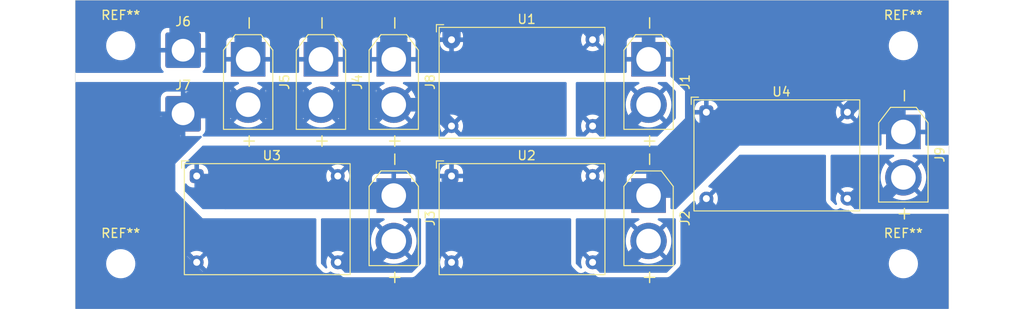
<source format=kicad_pcb>
(kicad_pcb (version 20221018) (generator pcbnew)
  (layers (0 "F.Cu" signal) (31 "B.Cu" signal) (34 "B.Paste" user) (35 "F.Paste" user) (36 "B.SilkS" user "B.Silkscreen") (37 "F.SilkS" user "F.Silkscreen") (38 "B.Mask" user) (39 "F.Mask" user) (44 "Edge.Cuts" user))
  (net 0 "")
  (net 1 "Net-(J1-Pin_2)")
  (net 2 "Net-(J2-Pin_2)")
  (net 3 "Net-(J3-Pin_2)")
  (net 4 "GND")
  (net 5 "+12V")
  (net 6 "Net-(J9-Pin_2)")
  (footprint "Connector_AMASS:AMASS_XT30U-F_1x02_P5.0mm_Vertical" (layer "F.Cu") (at 208 66.5 -90)
    (fp_text reference "J1" (at 2.5 -4 90) (layer "F.SilkS"))
    (fp_text value "hal")
    (fp_text user "-" (at -4 0 90) (layer "F.SilkS") (effects (font (size 1.5 1.5))))
    (fp_text user "+" (at 9 0 90) (layer "F.SilkS") (effects (font (size 1.5 1.5))))
    (fp_line (start -2.71 -1.41) (end -2.71 1.41) (stroke (width 0.12)) (layer "F.SilkS"))
    (fp_line (start -2.71 -1.41) (end -1.01 -2.71) (stroke (width 0.12)) (layer "F.SilkS"))
    (fp_line (start -2.71 1.41) (end -1.01 2.71) (stroke (width 0.12)) (layer "F.SilkS"))
    (fp_line (start -1.01 -2.71) (end 7.71 -2.71) (stroke (width 0.12)) (layer "F.SilkS"))
    (fp_line (start -1.01 2.71) (end 7.71 2.71) (stroke (width 0.12)) (layer "F.SilkS"))
    (fp_line (start 7.71 -2.71) (end 7.71 2.71) (stroke (width 0.12)) (layer "F.SilkS"))
    (pad "1" thru_hole rect (at 0 0 270) (size 3.8 3.8) (drill 2.7) (layers "*.Cu" "*.Mask") (net 4 "GND"))
    (pad "2" thru_hole circle (at 5 0 270) (size 4 4) (drill 2.7) (layers "*.Cu" "*.Mask") (net 1 "Net-(J1-Pin_2)"))
  )
  (footprint "Connector_AMASS:AMASS_XT30U-F_1x02_P5.0mm_Vertical" (layer "F.Cu") (at 180 66.5 -90)
    (fp_text reference "J8" (at 2.5 -4 90) (layer "F.SilkS"))
    (fp_text value "acc")
    (fp_text user "+" (at 9 0 90) (layer "F.SilkS") (effects (font (size 1.5 1.5))))
    (fp_text user "-" (at -4 0 90) (layer "F.SilkS") (effects (font (size 1.5 1.5))))
    (fp_line (start -2.71 -1.41) (end -2.71 1.41) (stroke (width 0.12)) (layer "F.SilkS"))
    (fp_line (start -2.71 -1.41) (end -1.01 -2.71) (stroke (width 0.12)) (layer "F.SilkS"))
    (fp_line (start -2.71 1.41) (end -1.01 2.71) (stroke (width 0.12)) (layer "F.SilkS"))
    (fp_line (start -1.01 -2.71) (end 7.71 -2.71) (stroke (width 0.12)) (layer "F.SilkS"))
    (fp_line (start -1.01 2.71) (end 7.71 2.71) (stroke (width 0.12)) (layer "F.SilkS"))
    (fp_line (start 7.71 -2.71) (end 7.71 2.71) (stroke (width 0.12)) (layer "F.SilkS"))
    (pad "1" thru_hole rect (at 0 0 270) (size 3.8 3.8) (drill 2.7) (layers "*.Cu" "*.Mask") (net 4 "GND"))
    (pad "2" thru_hole circle (at 5 0 270) (size 4 4) (drill 2.7) (layers "*.Cu" "*.Mask") (net 5 "+12V"))
  )
  (footprint "MountingHole:MountingHole_2.7mm_M2.5_DIN965" (layer "F.Cu") (at 236 89)
    (fp_text reference "REF**" (at 0 -3.35) (layer "F.SilkS"))
    (fp_text value "MountingHole_2.7mm_M2.5_DIN965")
    (pad "" np_thru_hole circle (at 0 0) (size 2.7 2.7) (drill 2.7) (layers "F&B.Cu" "*.Mask"))
  )
  (footprint "MountingHole:MountingHole_2.7mm_M2.5_DIN965" (layer "F.Cu") (at 150 65)
    (fp_text reference "REF**" (at 0 -3.35) (layer "F.SilkS"))
    (fp_text value "MountingHole_2.7mm_M2.5_DIN965")
    (pad "" np_thru_hole circle (at 0 0) (size 2.7 2.7) (drill 2.7) (layers "*.Cu" "*.Mask"))
  )
  (footprint "Connector_AMASS:AMASS_XT30U-F_1x02_P5.0mm_Vertical" (layer "F.Cu") (at 164 66.5 -90)
    (fp_text reference "J5" (at 2.5 -4 90) (layer "F.SilkS"))
    (fp_text value "axxs")
    (fp_text user "+" (at 9 0 90) (layer "F.SilkS") (effects (font (size 1.5 1.5))))
    (fp_text user "-" (at -4 0 90) (layer "F.SilkS") (effects (font (size 1.5 1.5))))
    (fp_line (start -2.71 -1.41) (end -2.71 1.41) (stroke (width 0.12)) (layer "F.SilkS"))
    (fp_line (start -2.71 -1.41) (end -1.01 -2.71) (stroke (width 0.12)) (layer "F.SilkS"))
    (fp_line (start -2.71 1.41) (end -1.01 2.71) (stroke (width 0.12)) (layer "F.SilkS"))
    (fp_line (start -1.01 -2.71) (end 7.71 -2.71) (stroke (width 0.12)) (layer "F.SilkS"))
    (fp_line (start -1.01 2.71) (end 7.71 2.71) (stroke (width 0.12)) (layer "F.SilkS"))
    (fp_line (start 7.71 -2.71) (end 7.71 2.71) (stroke (width 0.12)) (layer "F.SilkS"))
    (pad "1" thru_hole rect (at 0 0 270) (size 3.8 3.8) (drill 2.7) (layers "*.Cu" "*.Mask") (net 4 "GND"))
    (pad "2" thru_hole circle (at 5 0 270) (size 4 4) (drill 2.7) (layers "*.Cu" "*.Mask") (net 5 "+12V"))
  )
  (footprint "This:MINI-360" (layer "F.Cu") (at 158.3475 79.3475)
    (fp_text reference "U3" (at 8.25 -2.25 unlocked) (layer "F.SilkS"))
    (fp_text value "MINI-360")
    (fp_line (start -1.66 -1.66) (end -0.86 -1.66) (stroke (width 0.12)) (layer "F.SilkS"))
    (fp_line (start -1.66 -0.86) (end -1.66 -1.66) (stroke (width 0.12)) (layer "F.SilkS"))
    (fp_rect (start -1.36 -1.36) (end 16.86 10.86) (stroke (width 0.12)) (fill none) (layer "F.SilkS"))
    (pad "1" thru_hole roundrect (at 0 0) (size 1.524 1.524) (drill 0.762) (layers "*.Cu" "*.Mask") (net 4 "GND"))
    (pad "2" thru_hole circle (at 0 9.5) (size 1.524 1.524) (drill 0.762) (layers "*.Cu" "*.Mask") (net 5 "+12V"))
    (pad "3" thru_hole circle (at 15.5 0) (size 1.524 1.524) (drill 0.762) (layers "*.Cu" "*.Mask") (net 4 "GND"))
    (pad "4" thru_hole circle (at 15.5 9.5) (size 1.524 1.524) (drill 0.762) (layers "*.Cu" "*.Mask") (net 3 "Net-(J3-Pin_2)"))
  )
  (footprint "Connector_Wire:SolderWire-2sqmm_1x01_D2mm_OD3.9mm" (layer "F.Cu") (at 156.85 72.5)
    (fp_text reference "J7" (at 0 -3.15) (layer "F.SilkS"))
    (fp_text value "+")
    (pad "1" thru_hole roundrect (at 0 0) (size 3.9 3.9) (drill 2.5) (layers "*.Cu" "*.Mask") (roundrect_rratio 0.064103) (net 5 "+12V"))
  )
  (footprint "MountingHole:MountingHole_2.7mm_M2.5_DIN965" (layer "F.Cu") (at 236 65)
    (fp_text reference "REF**" (at 0 -3.35) (layer "F.SilkS"))
    (fp_text value "MountingHole_2.7mm_M2.5_DIN965")
    (pad "" np_thru_hole circle (at 0 0) (size 2.7 2.7) (drill 2.7) (layers "F&B.Cu" "*.Mask"))
  )
  (footprint "This:MINI-360" (layer "F.Cu") (at 214.3475 72.33)
    (fp_text reference "U4" (at 8.25 -2.25 unlocked) (layer "F.SilkS"))
    (fp_text value "MINI-360")
    (fp_line (start -1.66 -1.66) (end -0.86 -1.66) (stroke (width 0.12)) (layer "F.SilkS"))
    (fp_line (start -1.66 -0.86) (end -1.66 -1.66) (stroke (width 0.12)) (layer "F.SilkS"))
    (fp_rect (start -1.36 -1.36) (end 16.86 10.86) (stroke (width 0.12)) (fill none) (layer "F.SilkS"))
    (pad "1" thru_hole roundrect (at 0 0) (size 1.524 1.524) (drill 0.762) (layers "*.Cu" "*.Mask") (net 4 "GND"))
    (pad "2" thru_hole circle (at 0 9.5) (size 1.524 1.524) (drill 0.762) (layers "*.Cu" "*.Mask") (net 5 "+12V"))
    (pad "3" thru_hole circle (at 15.5 0) (size 1.524 1.524) (drill 0.762) (layers "*.Cu" "*.Mask") (net 4 "GND"))
    (pad "4" thru_hole circle (at 15.5 9.5) (size 1.524 1.524) (drill 0.762) (layers "*.Cu" "*.Mask") (net 6 "Net-(J9-Pin_2)"))
  )
  (footprint "Connector_Wire:SolderWire-2sqmm_1x01_D2mm_OD3.9mm" (layer "F.Cu") (at 156.85 65.5)
    (fp_text reference "J6" (at 0 -3.15) (layer "F.SilkS"))
    (fp_text value "-")
    (pad "1" thru_hole roundrect (at 0 0) (size 3.9 3.9) (drill 2.5) (layers "*.Cu" "*.Mask") (roundrect_rratio 0.064103) (net 4 "GND"))
  )
  (footprint "This:MINI-360" (layer "F.Cu") (at 186.3475 64.3475)
    (fp_text reference "U1" (at 8.25 -2.25 unlocked) (layer "F.SilkS"))
    (fp_text value "MINI-360")
    (fp_line (start -1.66 -1.66) (end -0.86 -1.66) (stroke (width 0.12)) (layer "F.SilkS"))
    (fp_line (start -1.66 -0.86) (end -1.66 -1.66) (stroke (width 0.12)) (layer "F.SilkS"))
    (fp_rect (start -1.36 -1.36) (end 16.86 10.86) (stroke (width 0.12)) (fill none) (layer "F.SilkS"))
    (pad "1" thru_hole roundrect (at 0 0) (size 1.524 1.524) (drill 0.762) (layers "*.Cu" "*.Mask") (net 4 "GND"))
    (pad "2" thru_hole circle (at 0 9.5) (size 1.524 1.524) (drill 0.762) (layers "*.Cu" "*.Mask") (net 5 "+12V"))
    (pad "3" thru_hole circle (at 15.5 0) (size 1.524 1.524) (drill 0.762) (layers "*.Cu" "*.Mask") (net 4 "GND"))
    (pad "4" thru_hole circle (at 15.5 9.5) (size 1.524 1.524) (drill 0.762) (layers "*.Cu" "*.Mask") (net 1 "Net-(J1-Pin_2)"))
  )
  (footprint "MountingHole:MountingHole_2.7mm_M2.5_DIN965" (layer "F.Cu") (at 150 89)
    (fp_text reference "REF**" (at 0 -3.35) (layer "F.SilkS"))
    (fp_text value "MountingHole_2.7mm_M2.5_DIN965")
    (pad "" np_thru_hole circle (at 0 0) (size 2.7 2.7) (drill 2.7) (layers "F&B.Cu" "*.Mask"))
  )
  (footprint "Connector_AMASS:AMASS_XT30U-F_1x02_P5.0mm_Vertical" (layer "F.Cu") (at 180 81.5 -90)
    (fp_text reference "J3" (at 2.5 -4 90) (layer "F.SilkS"))
    (fp_text value "web")
    (fp_text user "-" (at -4 0 90) (layer "F.SilkS") (effects (font (size 1.5 1.5))))
    (fp_text user "+" (at 9 0 90) (layer "F.SilkS") (effects (font (size 1.5 1.5))))
    (fp_line (start -2.71 -1.41) (end -2.71 1.41) (stroke (width 0.12)) (layer "F.SilkS"))
    (fp_line (start -2.71 -1.41) (end -1.01 -2.71) (stroke (width 0.12)) (layer "F.SilkS"))
    (fp_line (start -2.71 1.41) (end -1.01 2.71) (stroke (width 0.12)) (layer "F.SilkS"))
    (fp_line (start -1.01 -2.71) (end 7.71 -2.71) (stroke (width 0.12)) (layer "F.SilkS"))
    (fp_line (start -1.01 2.71) (end 7.71 2.71) (stroke (width 0.12)) (layer "F.SilkS"))
    (fp_line (start 7.71 -2.71) (end 7.71 2.71) (stroke (width 0.12)) (layer "F.SilkS"))
    (pad "1" thru_hole rect (at 0 0 270) (size 3.8 3.8) (drill 2.7) (layers "*.Cu" "*.Mask") (net 4 "GND"))
    (pad "2" thru_hole circle (at 5 0 270) (size 4 4) (drill 2.7) (layers "*.Cu" "*.Mask") (net 3 "Net-(J3-Pin_2)"))
  )
  (footprint "Connector_AMASS:AMASS_XT30U-F_1x02_P5.0mm_Vertical" (layer "F.Cu") (at 208 81.5 -90)
    (fp_text reference "J2" (at 2.5 -4 90) (layer "F.SilkS"))
    (fp_text value "daisy")
    (fp_text user "-" (at -4 0 90) (layer "F.SilkS") (effects (font (size 1.5 1.5))))
    (fp_text user "+" (at 9 0 90) (layer "F.SilkS") (effects (font (size 1.5 1.5))))
    (fp_line (start -2.71 -1.41) (end -2.71 1.41) (stroke (width 0.12)) (layer "F.SilkS"))
    (fp_line (start -2.71 -1.41) (end -1.01 -2.71) (stroke (width 0.12)) (layer "F.SilkS"))
    (fp_line (start -2.71 1.41) (end -1.01 2.71) (stroke (width 0.12)) (layer "F.SilkS"))
    (fp_line (start -1.01 -2.71) (end 7.71 -2.71) (stroke (width 0.12)) (layer "F.SilkS"))
    (fp_line (start -1.01 2.71) (end 7.71 2.71) (stroke (width 0.12)) (layer "F.SilkS"))
    (fp_line (start 7.71 -2.71) (end 7.71 2.71) (stroke (width 0.12)) (layer "F.SilkS"))
    (pad "1" thru_hole rect (at 0 0 270) (size 3.8 3.8) (drill 2.7) (layers "*.Cu" "*.Mask") (net 4 "GND"))
    (pad "2" thru_hole circle (at 5 0 270) (size 4 4) (drill 2.7) (layers "*.Cu" "*.Mask") (net 2 "Net-(J2-Pin_2)"))
  )
  (footprint "Connector_AMASS:AMASS_XT30U-F_1x02_P5.0mm_Vertical" (layer "F.Cu") (at 172 66.5 -90)
    (fp_text reference "J4" (at 2.5 -4 90) (layer "F.SilkS"))
    (fp_text value "switch")
    (fp_text user "-" (at -4 0 90) (layer "F.SilkS") (effects (font (size 1.5 1.5))))
    (fp_text user "+" (at 9 0 90) (layer "F.SilkS") (effects (font (size 1.5 1.5))))
    (fp_line (start -2.71 -1.41) (end -2.71 1.41) (stroke (width 0.12)) (layer "F.SilkS"))
    (fp_line (start -2.71 -1.41) (end -1.01 -2.71) (stroke (width 0.12)) (layer "F.SilkS"))
    (fp_line (start -2.71 1.41) (end -1.01 2.71) (stroke (width 0.12)) (layer "F.SilkS"))
    (fp_line (start -1.01 -2.71) (end 7.71 -2.71) (stroke (width 0.12)) (layer "F.SilkS"))
    (fp_line (start -1.01 2.71) (end 7.71 2.71) (stroke (width 0.12)) (layer "F.SilkS"))
    (fp_line (start 7.71 -2.71) (end 7.71 2.71) (stroke (width 0.12)) (layer "F.SilkS"))
    (pad "1" thru_hole rect (at 0 0 270) (size 3.8 3.8) (drill 2.7) (layers "*.Cu" "*.Mask") (net 4 "GND"))
    (pad "2" thru_hole circle (at 5 0 270) (size 4 4) (drill 2.7) (layers "*.Cu" "*.Mask") (net 5 "+12V"))
  )
  (footprint "Connector_AMASS:AMASS_XT30U-F_1x02_P5.0mm_Vertical" (layer "F.Cu") (at 236 74.5 -90)
    (fp_text reference "J9" (at 2.5 -4 90) (layer "F.SilkS"))
    (fp_text value "audio")
    (fp_text user "-" (at -4 0 90) (layer "F.SilkS") (effects (font (size 1.5 1.5))))
    (fp_text user "+" (at 9 0 90) (layer "F.SilkS") (effects (font (size 1.5 1.5))))
    (fp_line (start -2.71 -1.41) (end -2.71 1.41) (stroke (width 0.12)) (layer "F.SilkS"))
    (fp_line (start -2.71 -1.41) (end -1.01 -2.71) (stroke (width 0.12)) (layer "F.SilkS"))
    (fp_line (start -2.71 1.41) (end -1.01 2.71) (stroke (width 0.12)) (layer "F.SilkS"))
    (fp_line (start -1.01 -2.71) (end 7.71 -2.71) (stroke (width 0.12)) (layer "F.SilkS"))
    (fp_line (start -1.01 2.71) (end 7.71 2.71) (stroke (width 0.12)) (layer "F.SilkS"))
    (fp_line (start 7.71 -2.71) (end 7.71 2.71) (stroke (width 0.12)) (layer "F.SilkS"))
    (pad "1" thru_hole rect (at 0 0 270) (size 3.8 3.8) (drill 2.7) (layers "*.Cu" "*.Mask") (net 4 "GND"))
    (pad "2" thru_hole circle (at 5 0 270) (size 4 4) (drill 2.7) (layers "*.Cu" "*.Mask") (net 6 "Net-(J9-Pin_2)"))
  )
  (footprint "This:MINI-360" (layer "F.Cu") (at 186.3475 79.3475)
    (fp_text reference "U2" (at 8.25 -2.25 unlocked) (layer "F.SilkS"))
    (fp_text value "MINI-360")
    (fp_line (start -1.66 -1.66) (end -0.86 -1.66) (stroke (width 0.12)) (layer "F.SilkS"))
    (fp_line (start -1.66 -0.86) (end -1.66 -1.66) (stroke (width 0.12)) (layer "F.SilkS"))
    (fp_rect (start -1.36 -1.36) (end 16.86 10.86) (stroke (width 0.12)) (fill none) (layer "F.SilkS"))
    (pad "1" thru_hole roundrect (at 0 0) (size 1.524 1.524) (drill 0.762) (layers "*.Cu" "*.Mask") (net 4 "GND"))
    (pad "2" thru_hole circle (at 0 9.5) (size 1.524 1.524) (drill 0.762) (layers "*.Cu" "*.Mask") (net 5 "+12V"))
    (pad "3" thru_hole circle (at 15.5 0) (size 1.524 1.524) (drill 0.762) (layers "*.Cu" "*.Mask") (net 4 "GND"))
    (pad "4" thru_hole circle (at 15.5 9.5) (size 1.524 1.524) (drill 0.762) (layers "*.Cu" "*.Mask") (net 2 "Net-(J2-Pin_2)"))
  )
  (gr_rect (start 145 60) (end 241 94) (stroke (width 0.05)) (fill none) (layer "Edge.Cuts"))
  (segment (start 205.6525 73.8475) (end 208 71.5) (width 1.5) (layer "B.Cu") (net 1))
  (segment (start 201.8475 73.8475) (end 205.6525 73.8475) (width 1.5) (layer "B.Cu") (net 1))
  (segment (start 201.8475 88.8475) (end 205.6525 88.8475) (width 1.5) (layer "B.Cu") (net 2))
  (segment (start 205.6525 88.8475) (end 208 86.5) (width 1.5) (layer "B.Cu") (net 2))
  (segment (start 173.8475 88.8475) (end 177.6525 88.8475) (width 1.5) (layer "B.Cu") (net 3))
  (segment (start 177.6525 88.8475) (end 180 86.5) (width 1.5) (layer "B.Cu") (net 3))
  (segment (start 207 62) (end 221 62) (width 3) (layer "B.Cu") (net 4))
  (segment (start 221 62) (end 223.5 62) (width 3) (layer "B.Cu") (net 4))
  (segment (start 186 62) (end 201 62) (width 3) (layer "B.Cu") (net 4))
  (segment (start 164 66.5) (end 164 62) (width 3) (layer "B.Cu") (net 4))
  (segment (start 158 62) (end 164 62) (width 3) (layer "B.Cu") (net 4))
  (segment (start 214.3475 75.1525) (end 214.25 75.25) (width 1.5) (layer "B.Cu") (net 4))
  (segment (start 186 81.5) (end 208 81.5) (width 3) (layer "B.Cu") (net 4))
  (segment (start 208 63) (end 207 62) (width 1.5) (layer "B.Cu") (net 4))
  (segment (start 180 81.5) (end 161.5 81.5) (width 3) (layer "B.Cu") (net 4))
  (segment (start 231.75 70.25) (end 236 74.5) (width 3) (layer "B.Cu") (net 4))
  (segment (start 180 62) (end 186 62) (width 3) (layer "B.Cu") (net 4))
  (segment (start 201.8475 64.3475) (end 201.8475 62.8475) (width 1.5) (layer "B.Cu") (net 4))
  (segment (start 164 62) (end 172 62) (width 3) (layer "B.Cu") (net 4))
  (segment (start 214.25 75.25) (end 208 81.5) (width 3) (layer "B.Cu") (net 4))
  (segment (start 229.8475 72.1525) (end 231.75 70.25) (width 1.5) (layer "B.Cu") (net 4))
  (segment (start 186.3475 62.3475) (end 186 62) (width 2) (layer "B.Cu") (net 4))
  (segment (start 158.3475 79.3475) (end 160 81) (width 1.5) (layer "B.Cu") (net 4))
  (segment (start 172 62) (end 180 62) (width 3) (layer "B.Cu") (net 4))
  (segment (start 186 79.695) (end 186.3475 79.3475) (width 1.5) (layer "B.Cu") (net 4))
  (segment (start 223.5 62) (end 231.75 70.25) (width 3) (layer "B.Cu") (net 4))
  (segment (start 186.3475 64.3475) (end 186.3475 62.3475) (width 2) (layer "B.Cu") (net 4))
  (segment (start 221 62) (end 221 68.5) (width 3) (layer "B.Cu") (net 4))
  (segment (start 180 81.5) (end 186 81.5) (width 3) (layer "B.Cu") (net 4))
  (segment (start 172 66.5) (end 172 62) (width 3) (layer "B.Cu") (net 4))
  (segment (start 180 62) (end 180 66.5) (width 3) (layer "B.Cu") (net 4))
  (segment (start 161 81) (end 161.5 81.5) (width 3) (layer "B.Cu") (net 4))
  (segment (start 156.85 65.5) (end 156.85 63.15) (width 3) (layer "B.Cu") (net 4))
  (segment (start 160 81) (end 161 81) (width 1.5) (layer "B.Cu") (net 4))
  (segment (start 208 66.5) (end 208 63) (width 1.5) (layer "B.Cu") (net 4))
  (segment (start 186 81.5) (end 186 79.695) (width 1.5) (layer "B.Cu") (net 4))
  (segment (start 229.8475 72.33) (end 229.8475 72.1525) (width 1.5) (layer "B.Cu") (net 4))
  (segment (start 201 62) (end 207 62) (width 3) (layer "B.Cu") (net 4))
  (segment (start 214.3475 72.33) (end 214.3475 75.1525) (width 1.5) (layer "B.Cu") (net 4))
  (segment (start 221 68.5) (end 214.25 75.25) (width 3) (layer "B.Cu") (net 4))
  (segment (start 156.85 63.15) (end 158 62) (width 3) (layer "B.Cu") (net 4))
  (segment (start 201.8475 62.8475) (end 201 62) (width 1.5) (layer "B.Cu") (net 4))
  (segment (start 164 71.5) (end 157.85 71.5) (width 3) (layer "B.Cu") (net 5))
  (segment (start 164 71.5) (end 172 71.5) (width 3) (layer "B.Cu") (net 5))
  (segment (start 157.85 71.5) (end 156.85 72.5) (width 3) (layer "B.Cu") (net 5))
  (segment (start 180 71.5) (end 184 71.5) (width 1.5) (layer "B.Cu") (net 5))
  (segment (start 162 92) (end 186 92) (width 3) (layer "B.Cu") (net 5))
  (segment (start 154 87) (end 159 92) (width 3) (layer "B.Cu") (net 5))
  (segment (start 214.3475 91.6525) (end 214 92) (width 1.5) (layer "B.Cu") (net 5))
  (segment (start 186 92) (end 214 92) (width 3) (layer "B.Cu") (net 5))
  (segment (start 156.85 72.5) (end 154 75.35) (width 3) (layer "B.Cu") (net 5))
  (segment (start 159 92) (end 162 92) (width 3) (layer "B.Cu") (net 5))
  (segment (start 184 71.5) (end 186.3475 73.8475) (width 1.5) (layer "B.Cu") (net 5))
  (segment (start 214.3475 81.83) (end 214.3475 91.6525) (width 1.5) (layer "B.Cu") (net 5))
  (segment (start 154 75.35) (end 154 87) (width 3) (layer "B.Cu") (net 5))
  (segment (start 186.3475 91.6525) (end 186 92) (width 1.5) (layer "B.Cu") (net 5))
  (segment (start 172 71.5) (end 180 71.5) (width 3) (layer "B.Cu") (net 5))
  (segment (start 186.3475 88.8475) (end 186.3475 91.6525) (width 1.5) (layer "B.Cu") (net 5))
  (segment (start 229.8475 81.83) (end 233.67 81.83) (width 1.5) (layer "B.Cu") (net 6))
  (segment (start 233.67 81.83) (end 236 79.5) (width 1.5) (layer "B.Cu") (net 6))
  (zone (net 1) (net_name "Net-(J1-Pin_2)") (layer "B.Cu") (priority 3) (connect_pads (clearance 0.5)) (min_thickness 0.25) (fill yes (thermal_gap 0.5) (thermal_bridge_width 0.5))
    (polygon (pts (xy 200 69) (xy 200 75) (xy 209 75) (xy 211 73) (xy 211 70) (xy 210 69)))
  )
  (zone (net 3) (net_name "Net-(J3-Pin_2)") (layer "B.Cu") (priority 2) (connect_pads (clearance 0.5)) (min_thickness 0.25) (fill yes (thermal_gap 0.5) (thermal_bridge_width 0.5))
    (polygon (pts (xy 172 84) (xy 183 84) (xy 183 89) (xy 182 90) (xy 173 90) (xy 172 89)))
  )
  (zone (net 6) (net_name "Net-(J9-Pin_2)") (layer "B.Cu") (priority 5) (connect_pads (clearance 0.5)) (min_thickness 0.25) (fill yes (thermal_gap 0.5) (thermal_bridge_width 0.5))
    (polygon (pts (xy 228 82) (xy 228 77) (xy 241 77) (xy 241 83) (xy 229 83)))
  )
  (zone (net 4) (net_name "GND") (layer "B.Cu") (connect_pads (clearance 0.5)) (min_thickness 0.25) (fill yes (thermal_gap 0.5) (thermal_bridge_width 0.5))
    (polygon (pts (xy 145 60) (xy 241 60) (xy 241 76) (xy 218 76) (xy 211 83) (xy 159 83) (xy 157 81) (xy 157 79) (xy 157 78) (xy 158 77) (xy 159 76) (xy 209 76) (xy 212 73) (xy 212 70) (xy 210 68) (xy 145 68)))
  )
  (zone (net 5) (net_name "+12V") (layer "B.Cu") (priority 1) (connect_pads (clearance 0.5)) (min_thickness 0.25) (fill yes (thermal_gap 0.5) (thermal_bridge_width 0.5))
    (polygon (pts (xy 199 69) (xy 199 75) (xy 159 75) (xy 156 78) (xy 156 81) (xy 159 84) (xy 211 84) (xy 218 77) (xy 241 77) (xy 241 84) (xy 241 84) (xy 241 94) (xy 145 94) (xy 145 69)))
  )
  (zone (net 2) (net_name "Net-(J2-Pin_2)") (layer "B.Cu") (priority 4) (connect_pads (clearance 0.5)) (min_thickness 0.25) (fill yes (thermal_gap 0.5) (thermal_bridge_width 0.5))
    (polygon (pts (xy 201 90) (xy 200 89) (xy 200 84) (xy 205.5 84) (xy 211 84) (xy 211 89) (xy 210 90)))
  )
)
</source>
